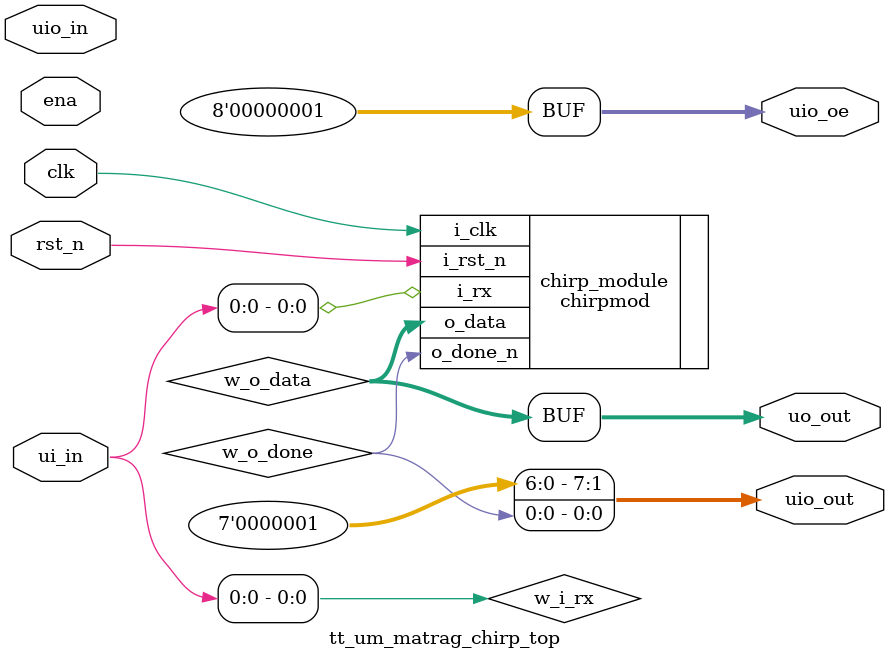
<source format=v>
/*
 * Copyright (c) 2024 matrag
 * SPDX-License-Identifier: Apache-2.0
 */

`default_nettype none

module tt_um_matrag_chirp_top (
    input  wire [7:0] ui_in,    // Dedicated inputs - ui_in[0] UART RX
    output wire [7:0] uo_out,   // Dedicated outputs - Out 8 bit data: uo_out[7:0]
    input  wire [7:0] uio_in,   // IOs: Input path - unused
    output wire [7:0] uio_out,  // IOs: Output path - Done signal from chirp generator: uio_out[0]
    output wire [7:0] uio_oe,   // IOs: Enable path (active high: 0=input, 1=output)
    input  wire       ena,      // will go high when the design is enabled, always 1 when the design is powered, so you can ignore it
    input  wire       clk,      // clock
    input  wire       rst_n     // reset_n - low to reset
);

//----------------------------------------------------------------------
//------Wires to connect Ports to design instantiation------------------
//----------------------------------------------------------------------
wire        w_i_rx     = ui_in[0];       //UART RX input line: ui_in[0] port
wire        w_o_done;
assign      uio_out[0] = w_o_done;     //Done signal from chirp generator: uio_out[0]
wire [7:0]  w_o_data;   
assign      uo_out = w_o_data;         //Out 8 bit data: uo_out[7:0]

//-------------------Design instantiation-------------------------------
chirpmod #(
    .PHASE_WIDTH        (32),
    .MAX_SF_WIDTH       (8),
    .BW_BITWIDTH        (2),
    .ADDR_WIDTH         (6),
    .DATA_WIDTH         (8),
    .DIVIDER_BITWIDTH   (7)
  ) 
  chirp_module 
  (
    .i_clk   (clk),   //!Input clock: 10 MHz
    .i_rst_n (rst_n),   //!Input reset active Low
    .i_rx    (w_i_rx),   //!Input UART rx (9600 bps)
    .o_done_n(w_o_done),   //!Output done active Low
    .o_data  (w_o_data)    //!Output bus data (8 bit)
  );

//-------------------Unused Out Ports assigned to '0'-------------------
//-----All output pins must be assigned. If not used, assign to '1'-----
assign uio_out  [7:1]   = 7'b1;
//-------------------IO Ports assigned to Output ('1')------------------
assign uio_oe   [7:0]   = 8'b1;

// List all unused inputs to prevent warnings
 wire _unused = &{ena, ui_in[7:1], uio_in[7:0], 1'b1};

endmodule
</source>
